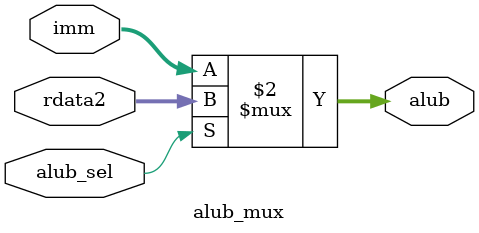
<source format=v>
`timescale 1ns / 1ps


module alub_mux(
    input wire alub_sel,
    input wire [31:0] rdata2,
    input wire [31:0] imm,

    output wire [31:0] alub

    );

    assign alub = (alub_sel == 1) ? rdata2 : 
                  imm;

endmodule

</source>
